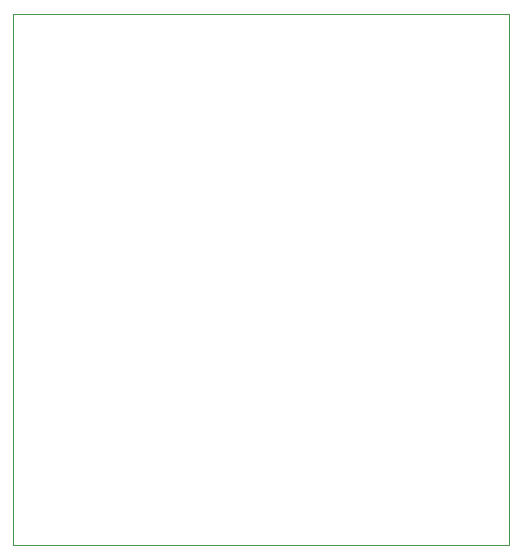
<source format=gbr>
%FSLAX46Y46*%
G04 Gerber Fmt 4.6, Leading zero omitted, Abs format (unit mm)*
G04 Created by KiCad (PCBNEW (2014-10-27 BZR 5228)-product) date 15/05/2015 07:51:36*
%MOMM*%
G01*
G04 APERTURE LIST*
%ADD10C,0.100000*%
G04 APERTURE END LIST*
D10*
X122000000Y-100000000D02*
X164000000Y-100000000D01*
X164000000Y-145000000D02*
X122000000Y-145000000D01*
X122000000Y-145000000D02*
X122000000Y-100000000D01*
X164000000Y-100000000D02*
X164000000Y-145000000D01*
M02*

</source>
